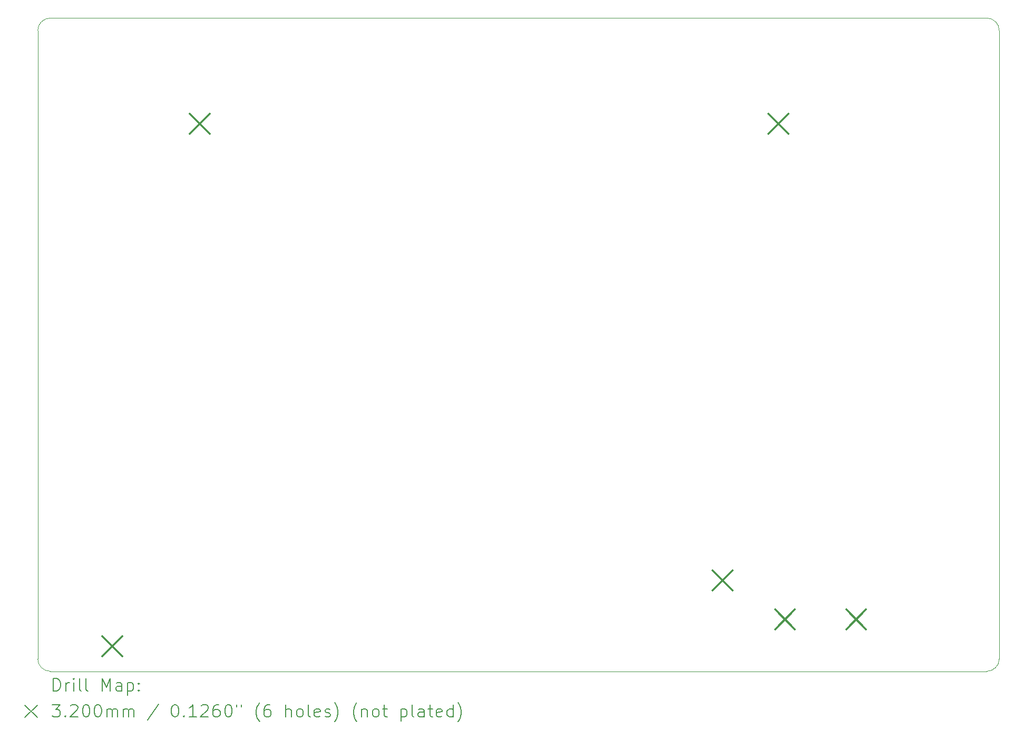
<source format=gbr>
%FSLAX45Y45*%
G04 Gerber Fmt 4.5, Leading zero omitted, Abs format (unit mm)*
G04 Created by KiCad (PCBNEW 6.0.5-a6ca702e91~116~ubuntu20.04.1) date 2022-06-23 19:27:42*
%MOMM*%
%LPD*%
G01*
G04 APERTURE LIST*
%TA.AperFunction,Profile*%
%ADD10C,0.100000*%
%TD*%
%ADD11C,0.200000*%
%ADD12C,0.320000*%
G04 APERTURE END LIST*
D10*
X17546862Y-1800000D02*
X2500000Y-1800000D01*
X2300000Y-12100000D02*
G75*
G03*
X2500000Y-12300000I200000J0D01*
G01*
X2300000Y-12100000D02*
X2300000Y-2000000D01*
X17746862Y-12100000D02*
X17746862Y-2000000D01*
X2500000Y-12300000D02*
X17546862Y-12300000D01*
X17546862Y-12300002D02*
G75*
G03*
X17746862Y-12100000I-2J200002D01*
G01*
X17746860Y-2000000D02*
G75*
G03*
X17546862Y-1800000I-200000J0D01*
G01*
X2500000Y-1800000D02*
G75*
G03*
X2300000Y-2000000I0J-200000D01*
G01*
D11*
D12*
X3340000Y-11740000D02*
X3660000Y-12060000D01*
X3660000Y-11740000D02*
X3340000Y-12060000D01*
X4740000Y-3340000D02*
X5060000Y-3660000D01*
X5060000Y-3340000D02*
X4740000Y-3660000D01*
X13140000Y-10680000D02*
X13460000Y-11000000D01*
X13460000Y-10680000D02*
X13140000Y-11000000D01*
X14040000Y-3340000D02*
X14360000Y-3660000D01*
X14360000Y-3340000D02*
X14040000Y-3660000D01*
X14144750Y-11305000D02*
X14464750Y-11625000D01*
X14464750Y-11305000D02*
X14144750Y-11625000D01*
X15287750Y-11305000D02*
X15607750Y-11625000D01*
X15607750Y-11305000D02*
X15287750Y-11625000D01*
D11*
X2552619Y-12615476D02*
X2552619Y-12415476D01*
X2600238Y-12415476D01*
X2628810Y-12425000D01*
X2647857Y-12444048D01*
X2657381Y-12463095D01*
X2666905Y-12501190D01*
X2666905Y-12529762D01*
X2657381Y-12567857D01*
X2647857Y-12586905D01*
X2628810Y-12605952D01*
X2600238Y-12615476D01*
X2552619Y-12615476D01*
X2752619Y-12615476D02*
X2752619Y-12482143D01*
X2752619Y-12520238D02*
X2762143Y-12501190D01*
X2771667Y-12491667D01*
X2790714Y-12482143D01*
X2809762Y-12482143D01*
X2876428Y-12615476D02*
X2876428Y-12482143D01*
X2876428Y-12415476D02*
X2866905Y-12425000D01*
X2876428Y-12434524D01*
X2885952Y-12425000D01*
X2876428Y-12415476D01*
X2876428Y-12434524D01*
X3000238Y-12615476D02*
X2981190Y-12605952D01*
X2971667Y-12586905D01*
X2971667Y-12415476D01*
X3105000Y-12615476D02*
X3085952Y-12605952D01*
X3076428Y-12586905D01*
X3076428Y-12415476D01*
X3333571Y-12615476D02*
X3333571Y-12415476D01*
X3400238Y-12558333D01*
X3466905Y-12415476D01*
X3466905Y-12615476D01*
X3647857Y-12615476D02*
X3647857Y-12510714D01*
X3638333Y-12491667D01*
X3619286Y-12482143D01*
X3581190Y-12482143D01*
X3562143Y-12491667D01*
X3647857Y-12605952D02*
X3628809Y-12615476D01*
X3581190Y-12615476D01*
X3562143Y-12605952D01*
X3552619Y-12586905D01*
X3552619Y-12567857D01*
X3562143Y-12548809D01*
X3581190Y-12539286D01*
X3628809Y-12539286D01*
X3647857Y-12529762D01*
X3743095Y-12482143D02*
X3743095Y-12682143D01*
X3743095Y-12491667D02*
X3762143Y-12482143D01*
X3800238Y-12482143D01*
X3819286Y-12491667D01*
X3828809Y-12501190D01*
X3838333Y-12520238D01*
X3838333Y-12577381D01*
X3828809Y-12596428D01*
X3819286Y-12605952D01*
X3800238Y-12615476D01*
X3762143Y-12615476D01*
X3743095Y-12605952D01*
X3924048Y-12596428D02*
X3933571Y-12605952D01*
X3924048Y-12615476D01*
X3914524Y-12605952D01*
X3924048Y-12596428D01*
X3924048Y-12615476D01*
X3924048Y-12491667D02*
X3933571Y-12501190D01*
X3924048Y-12510714D01*
X3914524Y-12501190D01*
X3924048Y-12491667D01*
X3924048Y-12510714D01*
X2095000Y-12845000D02*
X2295000Y-13045000D01*
X2295000Y-12845000D02*
X2095000Y-13045000D01*
X2533571Y-12835476D02*
X2657381Y-12835476D01*
X2590714Y-12911667D01*
X2619286Y-12911667D01*
X2638333Y-12921190D01*
X2647857Y-12930714D01*
X2657381Y-12949762D01*
X2657381Y-12997381D01*
X2647857Y-13016428D01*
X2638333Y-13025952D01*
X2619286Y-13035476D01*
X2562143Y-13035476D01*
X2543095Y-13025952D01*
X2533571Y-13016428D01*
X2743095Y-13016428D02*
X2752619Y-13025952D01*
X2743095Y-13035476D01*
X2733571Y-13025952D01*
X2743095Y-13016428D01*
X2743095Y-13035476D01*
X2828809Y-12854524D02*
X2838333Y-12845000D01*
X2857381Y-12835476D01*
X2905000Y-12835476D01*
X2924048Y-12845000D01*
X2933571Y-12854524D01*
X2943095Y-12873571D01*
X2943095Y-12892619D01*
X2933571Y-12921190D01*
X2819286Y-13035476D01*
X2943095Y-13035476D01*
X3066905Y-12835476D02*
X3085952Y-12835476D01*
X3105000Y-12845000D01*
X3114524Y-12854524D01*
X3124048Y-12873571D01*
X3133571Y-12911667D01*
X3133571Y-12959286D01*
X3124048Y-12997381D01*
X3114524Y-13016428D01*
X3105000Y-13025952D01*
X3085952Y-13035476D01*
X3066905Y-13035476D01*
X3047857Y-13025952D01*
X3038333Y-13016428D01*
X3028809Y-12997381D01*
X3019286Y-12959286D01*
X3019286Y-12911667D01*
X3028809Y-12873571D01*
X3038333Y-12854524D01*
X3047857Y-12845000D01*
X3066905Y-12835476D01*
X3257381Y-12835476D02*
X3276428Y-12835476D01*
X3295476Y-12845000D01*
X3305000Y-12854524D01*
X3314524Y-12873571D01*
X3324048Y-12911667D01*
X3324048Y-12959286D01*
X3314524Y-12997381D01*
X3305000Y-13016428D01*
X3295476Y-13025952D01*
X3276428Y-13035476D01*
X3257381Y-13035476D01*
X3238333Y-13025952D01*
X3228809Y-13016428D01*
X3219286Y-12997381D01*
X3209762Y-12959286D01*
X3209762Y-12911667D01*
X3219286Y-12873571D01*
X3228809Y-12854524D01*
X3238333Y-12845000D01*
X3257381Y-12835476D01*
X3409762Y-13035476D02*
X3409762Y-12902143D01*
X3409762Y-12921190D02*
X3419286Y-12911667D01*
X3438333Y-12902143D01*
X3466905Y-12902143D01*
X3485952Y-12911667D01*
X3495476Y-12930714D01*
X3495476Y-13035476D01*
X3495476Y-12930714D02*
X3505000Y-12911667D01*
X3524048Y-12902143D01*
X3552619Y-12902143D01*
X3571667Y-12911667D01*
X3581190Y-12930714D01*
X3581190Y-13035476D01*
X3676428Y-13035476D02*
X3676428Y-12902143D01*
X3676428Y-12921190D02*
X3685952Y-12911667D01*
X3705000Y-12902143D01*
X3733571Y-12902143D01*
X3752619Y-12911667D01*
X3762143Y-12930714D01*
X3762143Y-13035476D01*
X3762143Y-12930714D02*
X3771667Y-12911667D01*
X3790714Y-12902143D01*
X3819286Y-12902143D01*
X3838333Y-12911667D01*
X3847857Y-12930714D01*
X3847857Y-13035476D01*
X4238333Y-12825952D02*
X4066905Y-13083095D01*
X4495476Y-12835476D02*
X4514524Y-12835476D01*
X4533571Y-12845000D01*
X4543095Y-12854524D01*
X4552619Y-12873571D01*
X4562143Y-12911667D01*
X4562143Y-12959286D01*
X4552619Y-12997381D01*
X4543095Y-13016428D01*
X4533571Y-13025952D01*
X4514524Y-13035476D01*
X4495476Y-13035476D01*
X4476429Y-13025952D01*
X4466905Y-13016428D01*
X4457381Y-12997381D01*
X4447857Y-12959286D01*
X4447857Y-12911667D01*
X4457381Y-12873571D01*
X4466905Y-12854524D01*
X4476429Y-12845000D01*
X4495476Y-12835476D01*
X4647857Y-13016428D02*
X4657381Y-13025952D01*
X4647857Y-13035476D01*
X4638333Y-13025952D01*
X4647857Y-13016428D01*
X4647857Y-13035476D01*
X4847857Y-13035476D02*
X4733571Y-13035476D01*
X4790714Y-13035476D02*
X4790714Y-12835476D01*
X4771667Y-12864048D01*
X4752619Y-12883095D01*
X4733571Y-12892619D01*
X4924048Y-12854524D02*
X4933571Y-12845000D01*
X4952619Y-12835476D01*
X5000238Y-12835476D01*
X5019286Y-12845000D01*
X5028810Y-12854524D01*
X5038333Y-12873571D01*
X5038333Y-12892619D01*
X5028810Y-12921190D01*
X4914524Y-13035476D01*
X5038333Y-13035476D01*
X5209762Y-12835476D02*
X5171667Y-12835476D01*
X5152619Y-12845000D01*
X5143095Y-12854524D01*
X5124048Y-12883095D01*
X5114524Y-12921190D01*
X5114524Y-12997381D01*
X5124048Y-13016428D01*
X5133571Y-13025952D01*
X5152619Y-13035476D01*
X5190714Y-13035476D01*
X5209762Y-13025952D01*
X5219286Y-13016428D01*
X5228810Y-12997381D01*
X5228810Y-12949762D01*
X5219286Y-12930714D01*
X5209762Y-12921190D01*
X5190714Y-12911667D01*
X5152619Y-12911667D01*
X5133571Y-12921190D01*
X5124048Y-12930714D01*
X5114524Y-12949762D01*
X5352619Y-12835476D02*
X5371667Y-12835476D01*
X5390714Y-12845000D01*
X5400238Y-12854524D01*
X5409762Y-12873571D01*
X5419286Y-12911667D01*
X5419286Y-12959286D01*
X5409762Y-12997381D01*
X5400238Y-13016428D01*
X5390714Y-13025952D01*
X5371667Y-13035476D01*
X5352619Y-13035476D01*
X5333571Y-13025952D01*
X5324048Y-13016428D01*
X5314524Y-12997381D01*
X5305000Y-12959286D01*
X5305000Y-12911667D01*
X5314524Y-12873571D01*
X5324048Y-12854524D01*
X5333571Y-12845000D01*
X5352619Y-12835476D01*
X5495476Y-12835476D02*
X5495476Y-12873571D01*
X5571667Y-12835476D02*
X5571667Y-12873571D01*
X5866905Y-13111667D02*
X5857381Y-13102143D01*
X5838333Y-13073571D01*
X5828809Y-13054524D01*
X5819286Y-13025952D01*
X5809762Y-12978333D01*
X5809762Y-12940238D01*
X5819286Y-12892619D01*
X5828809Y-12864048D01*
X5838333Y-12845000D01*
X5857381Y-12816428D01*
X5866905Y-12806905D01*
X6028809Y-12835476D02*
X5990714Y-12835476D01*
X5971667Y-12845000D01*
X5962143Y-12854524D01*
X5943095Y-12883095D01*
X5933571Y-12921190D01*
X5933571Y-12997381D01*
X5943095Y-13016428D01*
X5952619Y-13025952D01*
X5971667Y-13035476D01*
X6009762Y-13035476D01*
X6028809Y-13025952D01*
X6038333Y-13016428D01*
X6047857Y-12997381D01*
X6047857Y-12949762D01*
X6038333Y-12930714D01*
X6028809Y-12921190D01*
X6009762Y-12911667D01*
X5971667Y-12911667D01*
X5952619Y-12921190D01*
X5943095Y-12930714D01*
X5933571Y-12949762D01*
X6285952Y-13035476D02*
X6285952Y-12835476D01*
X6371667Y-13035476D02*
X6371667Y-12930714D01*
X6362143Y-12911667D01*
X6343095Y-12902143D01*
X6314524Y-12902143D01*
X6295476Y-12911667D01*
X6285952Y-12921190D01*
X6495476Y-13035476D02*
X6476428Y-13025952D01*
X6466905Y-13016428D01*
X6457381Y-12997381D01*
X6457381Y-12940238D01*
X6466905Y-12921190D01*
X6476428Y-12911667D01*
X6495476Y-12902143D01*
X6524048Y-12902143D01*
X6543095Y-12911667D01*
X6552619Y-12921190D01*
X6562143Y-12940238D01*
X6562143Y-12997381D01*
X6552619Y-13016428D01*
X6543095Y-13025952D01*
X6524048Y-13035476D01*
X6495476Y-13035476D01*
X6676428Y-13035476D02*
X6657381Y-13025952D01*
X6647857Y-13006905D01*
X6647857Y-12835476D01*
X6828809Y-13025952D02*
X6809762Y-13035476D01*
X6771667Y-13035476D01*
X6752619Y-13025952D01*
X6743095Y-13006905D01*
X6743095Y-12930714D01*
X6752619Y-12911667D01*
X6771667Y-12902143D01*
X6809762Y-12902143D01*
X6828809Y-12911667D01*
X6838333Y-12930714D01*
X6838333Y-12949762D01*
X6743095Y-12968809D01*
X6914524Y-13025952D02*
X6933571Y-13035476D01*
X6971667Y-13035476D01*
X6990714Y-13025952D01*
X7000238Y-13006905D01*
X7000238Y-12997381D01*
X6990714Y-12978333D01*
X6971667Y-12968809D01*
X6943095Y-12968809D01*
X6924048Y-12959286D01*
X6914524Y-12940238D01*
X6914524Y-12930714D01*
X6924048Y-12911667D01*
X6943095Y-12902143D01*
X6971667Y-12902143D01*
X6990714Y-12911667D01*
X7066905Y-13111667D02*
X7076428Y-13102143D01*
X7095476Y-13073571D01*
X7105000Y-13054524D01*
X7114524Y-13025952D01*
X7124048Y-12978333D01*
X7124048Y-12940238D01*
X7114524Y-12892619D01*
X7105000Y-12864048D01*
X7095476Y-12845000D01*
X7076428Y-12816428D01*
X7066905Y-12806905D01*
X7428809Y-13111667D02*
X7419286Y-13102143D01*
X7400238Y-13073571D01*
X7390714Y-13054524D01*
X7381190Y-13025952D01*
X7371667Y-12978333D01*
X7371667Y-12940238D01*
X7381190Y-12892619D01*
X7390714Y-12864048D01*
X7400238Y-12845000D01*
X7419286Y-12816428D01*
X7428809Y-12806905D01*
X7505000Y-12902143D02*
X7505000Y-13035476D01*
X7505000Y-12921190D02*
X7514524Y-12911667D01*
X7533571Y-12902143D01*
X7562143Y-12902143D01*
X7581190Y-12911667D01*
X7590714Y-12930714D01*
X7590714Y-13035476D01*
X7714524Y-13035476D02*
X7695476Y-13025952D01*
X7685952Y-13016428D01*
X7676428Y-12997381D01*
X7676428Y-12940238D01*
X7685952Y-12921190D01*
X7695476Y-12911667D01*
X7714524Y-12902143D01*
X7743095Y-12902143D01*
X7762143Y-12911667D01*
X7771667Y-12921190D01*
X7781190Y-12940238D01*
X7781190Y-12997381D01*
X7771667Y-13016428D01*
X7762143Y-13025952D01*
X7743095Y-13035476D01*
X7714524Y-13035476D01*
X7838333Y-12902143D02*
X7914524Y-12902143D01*
X7866905Y-12835476D02*
X7866905Y-13006905D01*
X7876428Y-13025952D01*
X7895476Y-13035476D01*
X7914524Y-13035476D01*
X8133571Y-12902143D02*
X8133571Y-13102143D01*
X8133571Y-12911667D02*
X8152619Y-12902143D01*
X8190714Y-12902143D01*
X8209762Y-12911667D01*
X8219286Y-12921190D01*
X8228809Y-12940238D01*
X8228809Y-12997381D01*
X8219286Y-13016428D01*
X8209762Y-13025952D01*
X8190714Y-13035476D01*
X8152619Y-13035476D01*
X8133571Y-13025952D01*
X8343095Y-13035476D02*
X8324048Y-13025952D01*
X8314524Y-13006905D01*
X8314524Y-12835476D01*
X8505000Y-13035476D02*
X8505000Y-12930714D01*
X8495476Y-12911667D01*
X8476429Y-12902143D01*
X8438333Y-12902143D01*
X8419286Y-12911667D01*
X8505000Y-13025952D02*
X8485952Y-13035476D01*
X8438333Y-13035476D01*
X8419286Y-13025952D01*
X8409762Y-13006905D01*
X8409762Y-12987857D01*
X8419286Y-12968809D01*
X8438333Y-12959286D01*
X8485952Y-12959286D01*
X8505000Y-12949762D01*
X8571667Y-12902143D02*
X8647857Y-12902143D01*
X8600238Y-12835476D02*
X8600238Y-13006905D01*
X8609762Y-13025952D01*
X8628810Y-13035476D01*
X8647857Y-13035476D01*
X8790714Y-13025952D02*
X8771667Y-13035476D01*
X8733571Y-13035476D01*
X8714524Y-13025952D01*
X8705000Y-13006905D01*
X8705000Y-12930714D01*
X8714524Y-12911667D01*
X8733571Y-12902143D01*
X8771667Y-12902143D01*
X8790714Y-12911667D01*
X8800238Y-12930714D01*
X8800238Y-12949762D01*
X8705000Y-12968809D01*
X8971667Y-13035476D02*
X8971667Y-12835476D01*
X8971667Y-13025952D02*
X8952619Y-13035476D01*
X8914524Y-13035476D01*
X8895476Y-13025952D01*
X8885952Y-13016428D01*
X8876429Y-12997381D01*
X8876429Y-12940238D01*
X8885952Y-12921190D01*
X8895476Y-12911667D01*
X8914524Y-12902143D01*
X8952619Y-12902143D01*
X8971667Y-12911667D01*
X9047857Y-13111667D02*
X9057381Y-13102143D01*
X9076429Y-13073571D01*
X9085952Y-13054524D01*
X9095476Y-13025952D01*
X9105000Y-12978333D01*
X9105000Y-12940238D01*
X9095476Y-12892619D01*
X9085952Y-12864048D01*
X9076429Y-12845000D01*
X9057381Y-12816428D01*
X9047857Y-12806905D01*
M02*

</source>
